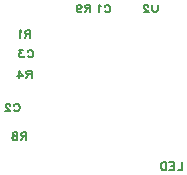
<source format=gbo>
G04 Layer: BottomSilkscreenLayer*
G04 EasyEDA Pro v1.7.31, 2022-10-01 17:20:27*
G04 Gerber Generator version 0.3*
G04 Scale: 100 percent, Rotated: No, Reflected: No*
G04 Dimensions in millimeters*
G04 Leading zeros omitted, absolute positions, 3 integers and 3 decimals*
%FSLAX33Y33*%
%MOMM*%
%ADD10C,0.1524*%
G75*


G04 Text Start*
G04 //text: U2*
G54D10*
G01X38913Y18468D02*
G01X38913Y18004D01*
G01X38882Y17912D01*
G01X38819Y17849D01*
G01X38727Y17818D01*
G01X38664D01*
G01X38572Y17849D01*
G01X38511Y17912D01*
G01X38478Y18004D01*
G01Y18468D01*
G01X38148Y18313D02*
G01X38148Y18344D01*
G01X38115Y18407D01*
G01X38085Y18438D01*
G01X38024Y18468D01*
G01X37899D01*
G01X37838Y18438D01*
G01X37808Y18407D01*
G01X37775Y18344D01*
G01Y18283D01*
G01X37808Y18222D01*
G01X37869Y18128D01*
G01X38179Y17818D01*
G01X37744D01*
G04 //text: R9*
G01X33218Y18468D02*
G01X33218Y17818D01*
G01X33218Y18468D02*
G01X32939Y18468D01*
G01X32847Y18438D01*
G01X32817Y18407D01*
G01X32784Y18344D01*
G01Y18283D01*
G01X32817Y18222D01*
G01X32847Y18191D01*
G01X32939Y18158D01*
G01X33218D01*
G01X33002Y18158D02*
G01X32784Y17818D01*
G01X32080Y18252D02*
G01X32113Y18158D01*
G01X32174Y18098D01*
G01X32268Y18067D01*
G01X32299D01*
G01X32390Y18098D01*
G01X32454Y18158D01*
G01X32484Y18252D01*
G01Y18283D01*
G01X32454Y18377D01*
G01X32390Y18438D01*
G01X32299Y18468D01*
G01X32268D01*
G01X32174Y18438D01*
G01X32113Y18377D01*
G01X32080Y18252D01*
G01Y18098D01*
G01X32113Y17943D01*
G01X32174Y17849D01*
G01X32268Y17818D01*
G01X32329D01*
G01X32421Y17849D01*
G01X32454Y17912D01*
G04 //text: C3*
G01X27907Y14503D02*
G01X27937Y14567D01*
G01X28001Y14628D01*
G01X28062Y14658D01*
G01X28186D01*
G01X28247Y14628D01*
G01X28311Y14567D01*
G01X28341Y14503D01*
G01X28372Y14412D01*
G01Y14257D01*
G01X28341Y14163D01*
G01X28311Y14102D01*
G01X28247Y14039D01*
G01X28186Y14008D01*
G01X28062D01*
G01X28001Y14039D01*
G01X27937Y14102D01*
G01X27907Y14163D01*
G01X27544Y14658D02*
G01X27203Y14658D01*
G01X27389Y14412D01*
G01X27297D01*
G01X27234Y14381D01*
G01X27203Y14348D01*
G01X27173Y14257D01*
G01Y14194D01*
G01X27203Y14102D01*
G01X27267Y14039D01*
G01X27358Y14008D01*
G01X27452D01*
G01X27544Y14039D01*
G01X27574Y14072D01*
G01X27607Y14133D01*
G04 //text: C2*
G01X26764Y9931D02*
G01X26794Y9995D01*
G01X26858Y10056D01*
G01X26919Y10086D01*
G01X27043D01*
G01X27104Y10056D01*
G01X27168Y9995D01*
G01X27198Y9931D01*
G01X27229Y9840D01*
G01Y9685D01*
G01X27198Y9591D01*
G01X27168Y9530D01*
G01X27104Y9467D01*
G01X27043Y9436D01*
G01X26919D01*
G01X26858Y9467D01*
G01X26794Y9530D01*
G01X26764Y9591D01*
G01X26431Y9931D02*
G01X26431Y9962D01*
G01X26401Y10025D01*
G01X26370Y10056D01*
G01X26309Y10086D01*
G01X26185D01*
G01X26124Y10056D01*
G01X26091Y10025D01*
G01X26060Y9962D01*
G01Y9901D01*
G01X26091Y9840D01*
G01X26154Y9746D01*
G01X26464Y9436D01*
G01X26030D01*
G04 //text: R4*
G01X28245Y12880D02*
G01X28245Y12230D01*
G01X28245Y12880D02*
G01X27965Y12880D01*
G01X27874Y12850D01*
G01X27843Y12819D01*
G01X27810Y12756D01*
G01Y12695D01*
G01X27843Y12634D01*
G01X27874Y12603D01*
G01X27965Y12570D01*
G01X28245D01*
G01X28029Y12570D02*
G01X27810Y12230D01*
G01X27201Y12880D02*
G01X27511Y12449D01*
G01X27046D01*
G01X27201Y12880D02*
G01X27201Y12230D01*
G04 //text: LED*
G01X41001Y5133D02*
G01X41001Y4483D01*
G01X41001Y4483D02*
G01X40630Y4483D01*
G01X40328Y5133D02*
G01X40328Y4483D01*
G01X40328Y5133D02*
G01X39926Y5133D01*
G01X40328Y4823D02*
G01X40081Y4823D01*
G01X40328Y4483D02*
G01X39926Y4483D01*
G01X39624Y5133D02*
G01X39624Y4483D01*
G01X39624Y5133D02*
G01X39408Y5133D01*
G01X39314Y5103D01*
G01X39253Y5042D01*
G01X39223Y4978D01*
G01X39192Y4887D01*
G01Y4732D01*
G01X39223Y4638D01*
G01X39253Y4577D01*
G01X39314Y4514D01*
G01X39408Y4483D01*
G01X39624D01*
G04 //text: R8*
G01X27788Y7673D02*
G01X27788Y7023D01*
G01X27788Y7673D02*
G01X27508Y7673D01*
G01X27417Y7643D01*
G01X27386Y7612D01*
G01X27353Y7549D01*
G01Y7488D01*
G01X27386Y7427D01*
G01X27417Y7396D01*
G01X27508Y7363D01*
G01X27788D01*
G01X27572Y7363D02*
G01X27353Y7023D01*
G01X26899Y7673D02*
G01X26990Y7643D01*
G01X27023Y7582D01*
G01Y7518D01*
G01X26990Y7457D01*
G01X26929Y7427D01*
G01X26805Y7396D01*
G01X26713Y7363D01*
G01X26650Y7303D01*
G01X26619Y7242D01*
G01Y7148D01*
G01X26650Y7087D01*
G01X26683Y7054D01*
G01X26774Y7023D01*
G01X26899D01*
G01X26990Y7054D01*
G01X27023Y7087D01*
G01X27054Y7148D01*
G01Y7242D01*
G01X27023Y7303D01*
G01X26960Y7363D01*
G01X26868Y7396D01*
G01X26744Y7427D01*
G01X26683Y7457D01*
G01X26650Y7518D01*
G01Y7582D01*
G01X26683Y7643D01*
G01X26774Y7673D01*
G01X26899D01*
G04 //text: R1*
G01X28118Y16309D02*
G01X28118Y15659D01*
G01X28118Y16309D02*
G01X27838Y16309D01*
G01X27747Y16279D01*
G01X27716Y16248D01*
G01X27683Y16185D01*
G01Y16124D01*
G01X27716Y16063D01*
G01X27747Y16032D01*
G01X27838Y15999D01*
G01X28118D01*
G01X27902Y15999D02*
G01X27683Y15659D01*
G01X27384Y16185D02*
G01X27320Y16218D01*
G01X27229Y16309D01*
G01Y15659D01*
G04 //text: C1*
G01X34440Y18313D02*
G01X34470Y18377D01*
G01X34534Y18438D01*
G01X34595Y18468D01*
G01X34719D01*
G01X34780Y18438D01*
G01X34844Y18377D01*
G01X34874Y18313D01*
G01X34905Y18222D01*
G01Y18067D01*
G01X34874Y17973D01*
G01X34844Y17912D01*
G01X34780Y17849D01*
G01X34719Y17818D01*
G01X34595D01*
G01X34534Y17849D01*
G01X34470Y17912D01*
G01X34440Y17973D01*
G01X34140Y18344D02*
G01X34077Y18377D01*
G01X33985Y18468D01*
G01Y17818D01*
G04 Text End*

M02*

</source>
